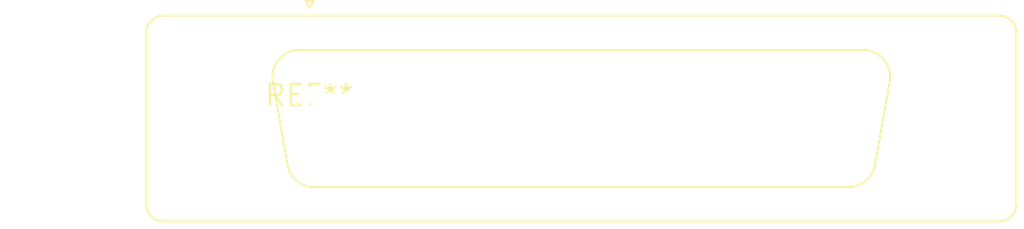
<source format=kicad_pcb>
(kicad_pcb (version 20240108) (generator pcbnew)
  (layers (0 "F.Cu" signal) (31 "B.Cu" signal) (34 "B.Paste" user) (35 "F.Paste" user) (36 "B.SilkS" user "B.Silkscreen") (37 "F.SilkS" user "F.Silkscreen") (38 "B.Mask" user) (39 "F.Mask" user) (44 "Edge.Cuts" user))
  (net 0 "")
  (footprint "DSUB-25_Male_Vertical_P2.77x2.84mm" (layer "F.Cu") (at 0 0)
    (property "Reference" "REF**")
    (property "Value" "DSUB-25_Male_Vertical_P2.77x2.84mm")
    (fp_line (start -9.99 6.67) (end -9.99 -3.83) (layer "F.SilkS") (stroke (width 0.12)))
    (fp_line (start -8.93 -4.89) (end 42.17 -4.89) (layer "F.SilkS") (stroke (width 0.12)))
    (fp_line (start -2.24647 -0.841744) (end -1.347202 4.258256) (layer "F.SilkS") (stroke (width 0.12)))
    (fp_line (start -0.611689 -2.79) (end 33.851689 -2.79) (layer "F.SilkS") (stroke (width 0.12)))
    (fp_line (start -0.25 -5.784338) (end 0.25 -5.784338) (layer "F.SilkS") (stroke (width 0.12)))
    (fp_line (start 0 -5.351325) (end -0.25 -5.784338) (layer "F.SilkS") (stroke (width 0.12)))
    (fp_line (start 0.25 -5.784338) (end 0 -5.351325) (layer "F.SilkS") (stroke (width 0.12)))
    (fp_line (start 0.287579 5.63) (end 32.952421 5.63) (layer "F.SilkS") (stroke (width 0.12)))
    (fp_line (start 35.48647 -0.841744) (end 34.587202 4.258256) (layer "F.SilkS") (stroke (width 0.12)))
    (fp_line (start 42.17 7.73) (end -8.93 7.73) (layer "F.SilkS") (stroke (width 0.12)))
    (fp_line (start 43.23 -3.83) (end 43.23 6.67) (layer "F.SilkS") (stroke (width 0.12)))
    (fp_arc (start -9.99 -3.83) (mid -9.679533 -4.579533) (end -8.93 -4.89) (layer "F.SilkS") (stroke (width 0.12)))
    (fp_arc (start -8.93 7.73) (mid -9.679533 7.419533) (end -9.99 6.67) (layer "F.SilkS") (stroke (width 0.12)))
    (fp_arc (start -2.24647 -0.841744) (mid -1.883323 -2.197028) (end -0.611689 -2.79) (layer "F.SilkS") (stroke (width 0.12)))
    (fp_arc (start 0.287579 5.63) (mid -0.779448 5.241634) (end -1.347202 4.258256) (layer "F.SilkS") (stroke (width 0.12)))
    (fp_arc (start 33.851689 -2.79) (mid 35.123323 -2.197027) (end 35.48647 -0.841744) (layer "F.SilkS") (stroke (width 0.12)))
    (fp_arc (start 34.587202 4.258256) (mid 34.019449 5.241634) (end 32.952421 5.63) (layer "F.SilkS") (stroke (width 0.12)))
    (fp_arc (start 42.17 -4.89) (mid 42.919533 -4.579533) (end 43.23 -3.83) (layer "F.SilkS") (stroke (width 0.12)))
    (fp_arc (start 43.23 6.67) (mid 42.919533 7.419533) (end 42.17 7.73) (layer "F.SilkS") (stroke (width 0.12)))
    (pad "1" thru_hole rect (at 0 0) (size 1.6 1.6) (drill 1) (layers *.Cu *.Mask) (remove_unused_layers))
    (pad "2" thru_hole circle (at 2.77 0) (size 1.6 1.6) (drill 1) (layers *.Cu *.Mask) (remove_unused_layers))
    (pad "3" thru_hole circle (at 5.54 0) (size 1.6 1.6) (drill 1) (layers *.Cu *.Mask) (remove_unused_layers))
    (pad "4" thru_hole circle (at 8.31 0) (size 1.6 1.6) (drill 1) (layers *.Cu *.Mask) (remove_unused_layers))
    (pad "5" thru_hole circle (at 11.08 0) (size 1.6 1.6) (drill 1) (layers *.Cu *.Mask) (remove_unused_layers))
    (pad "6" thru_hole circle (at 13.85 0) (size 1.6 1.6) (drill 1) (layers *.Cu *.Mask) (remove_unused_layers))
    (pad "7" thru_hole circle (at 16.62 0) (size 1.6 1.6) (drill 1) (layers *.Cu *.Mask) (remove_unused_layers))
    (pad "8" thru_hole circle (at 19.39 0) (size 1.6 1.6) (drill 1) (layers *.Cu *.Mask) (remove_unused_layers))
    (pad "9" thru_hole circle (at 22.16 0) (size 1.6 1.6) (drill 1) (layers *.Cu *.Mask) (remove_unused_layers))
    (pad "10" thru_hole circle (at 24.93 0) (size 1.6 1.6) (drill 1) (layers *.Cu *.Mask) (remove_unused_layers))
    (pad "11" thru_hole circle (at 27.7 0) (size 1.6 1.6) (drill 1) (layers *.Cu *.Mask) (remove_unused_layers))
    (pad "12" thru_hole circle (at 30.47 0) (size 1.6 1.6) (drill 1) (layers *.Cu *.Mask) (remove_unused_layers))
    (pad "13" thru_hole circle (at 33.24 0) (size 1.6 1.6) (drill 1) (layers *.Cu *.Mask) (remove_unused_layers))
    (pad "14" thru_hole circle (at 1.385 2.84) (size 1.6 1.6) (drill 1) (layers *.Cu *.Mask) (remove_unused_layers))
    (pad "15" thru_hole circle (at 4.155 2.84) (size 1.6 1.6) (drill 1) (layers *.Cu *.Mask) (remove_unused_layers))
    (pad "16" thru_hole circle (at 6.925 2.84) (size 1.6 1.6) (drill 1) (layers *.Cu *.Mask) (remove_unused_layers))
    (pad "17" thru_hole circle (at 9.695 2.84) (size 1.6 1.6) (drill 1) (layers *.Cu *.Mask) (remove_unused_layers))
    (pad "18" thru_hole circle (at 12.465 2.84) (size 1.6 1.6) (drill 1) (layers *.Cu *.Mask) (remove_unused_layers))
    (pad "19" thru_hole circle (at 15.235 2.84) (size 1.6 1.6) (drill 1) (layers *.Cu *.Mask) (remove_unused_layers))
    (pad "20" thru_hole circle (at 18.005 2.84) (size 1.6 1.6) (drill 1) (layers *.Cu *.Mask) (remove_unused_layers))
    (pad "21" thru_hole circle (at 20.775 2.84) (size 1.6 1.6) (drill 1) (layers *.Cu *.Mask) (remove_unused_layers))
    (pad "22" thru_hole circle (at 23.545 2.84) (size 1.6 1.6) (drill 1) (layers *.Cu *.Mask) (remove_unused_layers))
    (pad "23" thru_hole circle (at 26.315 2.84) (size 1.6 1.6) (drill 1) (layers *.Cu *.Mask) (remove_unused_layers))
    (pad "24" thru_hole circle (at 29.085 2.84) (size 1.6 1.6) (drill 1) (layers *.Cu *.Mask) (remove_unused_layers))
    (pad "25" thru_hole circle (at 31.855 2.84) (size 1.6 1.6) (drill 1) (layers *.Cu *.Mask) (remove_unused_layers))
  )
)
</source>
